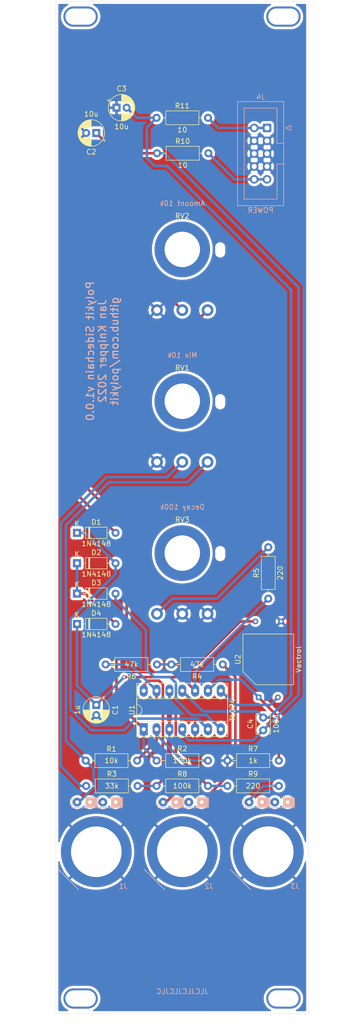
<source format=kicad_pcb>
(kicad_pcb (version 20211014) (generator pcbnew)
  (title_block (title "Sidechain Ducking Module by Juanito") (date "2022-12-15") (rev "v1.0.0") (company "Jan Knipper") (comment 1 "github.com/polykit"))
  (layers (0 "F.Cu" signal) (31 "B.Cu" signal) (34 "B.Paste" user) (35 "F.Paste" user) (36 "B.SilkS" user "B.Silkscreen") (37 "F.SilkS" user "F.Silkscreen") (38 "B.Mask" user) (39 "F.Mask" user) (44 "Edge.Cuts" user))
  (net 0 "")
  (net 1 "GND")
  (net 2 "Net-(C1-Pad1)")
  (net 3 "Net-(D1-Pad2)")
  (net 4 "Net-(D2-Pad1)")
  (net 5 "Net-(D1-Pad1)")
  (net 6 "Net-(J2-PadT)")
  (net 7 "Net-(J3-PadT)")
  (net 8 "Net-(R1-Pad1)")
  (net 9 "Net-(R2-Pad1)")
  (net 10 "Net-(R3-Pad2)")
  (net 11 "Net-(R3-Pad1)")
  (net 12 "Net-(R4-Pad2)")
  (net 13 "Net-(R5-Pad2)")
  (net 14 "Net-(R7-Pad1)")
  (net 15 "Net-(R8-Pad2)")
  (net 16 "Net-(U1-Pad8)")
  (net 17 "+12V")
  (net 18 "-12V")
  (net 19 "Net-(J4-Pad10)")
  (net 20 "Net-(J4-Pad1)")
  (net 21 "Net-(D3-Pad2)")
  (net 22 "KICK")
  (footprint "Capacitor_THT:CP_Radial_D5.0mm_P2.00mm" (layer "F.Cu") (at 53 164 -90)
    (fp_text reference "C1" (at 1 -3.75 90) (layer "F.SilkS"))
    (fp_text value "1u" (at 1 3.75 90) (layer "F.SilkS"))
    (pad "1" thru_hole rect locked (at 0 0 270) (size 1.6 1.6) (drill 0.8) (layers *.Cu *.Mask) (net 2 "Net-(C1-Pad1)"))
    (pad "2" thru_hole circle locked (at 2 0 270) (size 1.6 1.6) (drill 0.8) (layers *.Cu *.Mask) (net 1 "GND"))
  )
  (footprint "Diode_THT:D_DO-35_SOD27_P7.62mm_Horizontal" (layer "F.Cu") (at 49.19 130)
    (fp_text reference "D1" (at 3.81 -2.12) (layer "F.SilkS"))
    (fp_text value "1N4148" (at 3.81 2.12) (layer "F.SilkS"))
    (fp_text user "K" (at 0 -1.8) (layer "F.SilkS"))
    (pad "1" thru_hole rect locked (at 0 0) (size 1.6 1.6) (drill 0.8) (layers *.Cu *.Mask) (net 5 "Net-(D1-Pad1)"))
    (pad "2" thru_hole oval locked (at 7.62 0) (size 1.6 1.6) (drill 0.8) (layers *.Cu *.Mask) (net 3 "Net-(D1-Pad2)"))
  )
  (footprint "Diode_THT:D_DO-35_SOD27_P7.62mm_Horizontal" (layer "F.Cu") (at 49.19 136)
    (fp_text reference "D2" (at 3.81 -2.12) (layer "F.SilkS"))
    (fp_text value "1N4148" (at 3.81 2.12) (layer "F.SilkS"))
    (fp_text user "K" (at 0 -1.8) (layer "F.SilkS"))
    (pad "1" thru_hole rect locked (at 0 0) (size 1.6 1.6) (drill 0.8) (layers *.Cu *.Mask) (net 4 "Net-(D2-Pad1)"))
    (pad "2" thru_hole oval locked (at 7.62 0) (size 1.6 1.6) (drill 0.8) (layers *.Cu *.Mask) (net 5 "Net-(D1-Pad1)"))
  )
  (footprint "Diode_THT:D_DO-35_SOD27_P7.62mm_Horizontal" (layer "F.Cu") (at 49.19 142)
    (fp_text reference "D3" (at 3.81 -2.12) (layer "F.SilkS"))
    (fp_text value "1N4148" (at 3.81 2.12) (layer "F.SilkS"))
    (fp_text user "K" (at 0 -1.8) (layer "F.SilkS"))
    (pad "1" thru_hole rect locked (at 0 0) (size 1.6 1.6) (drill 0.8) (layers *.Cu *.Mask) (net 4 "Net-(D2-Pad1)"))
    (pad "2" thru_hole oval locked (at 7.62 0) (size 1.6 1.6) (drill 0.8) (layers *.Cu *.Mask) (net 21 "Net-(D3-Pad2)"))
  )
  (footprint "Diode_THT:D_DO-35_SOD27_P7.62mm_Horizontal" (layer "F.Cu") (at 49.19 148)
    (fp_text reference "D4" (at 3.81 -2.12) (layer "F.SilkS"))
    (fp_text value "1N4148" (at 3.81 2.12) (layer "F.SilkS"))
    (fp_text user "K" (at 0 -1.8) (layer "F.SilkS"))
    (pad "1" thru_hole rect locked (at 0 0) (size 1.6 1.6) (drill 0.8) (layers *.Cu *.Mask) (net 2 "Net-(C1-Pad1)"))
    (pad "2" thru_hole oval locked (at 7.62 0) (size 1.6 1.6) (drill 0.8) (layers *.Cu *.Mask) (net 4 "Net-(D2-Pad1)"))
  )
  (footprint "telec:Jack_Hole_Square" (layer "F.Cu") (at 53 193 180)
    (fp_text reference "J1" (at -5.3 -6.8) (layer "B.SilkS") (effects (justify mirror)))
    (fp_text value "Kick" hide)
    (pad "R" thru_hole circle locked (at -1.29 9.795 180) (size 1.75 1.75) (drill 0.762) (layers *.Cu "B.Mask"))
    (pad "RN" thru_hole circle locked (at -3.83 9.795 180) (size 1.75 1.75) (drill 0.762) (layers *.Cu "B.Mask"))
    (pad "S" thru_hole circle locked (at 0 0 180) (size 14 14) (drill 10) (layers *.Cu "F.Mask") (net 1 "GND"))
    (pad "T" thru_hole circle locked (at 3.79 9.795 180) (size 1.75 1.75) (drill 0.762) (layers *.Cu "B.Mask") (net 22 "KICK"))
    (pad "TN" thru_hole circle locked (at 1.25 9.795 180) (size 1.75 1.75) (drill 0.762) (layers *.Cu "B.Mask"))
  )
  (footprint "telec:Jack_Hole_Square" (layer "F.Cu") (at 70 193 180)
    (fp_text reference "J2" (at -5.3 -6.8) (layer "B.SilkS") (effects (justify mirror)))
    (fp_text value "In" hide)
    (pad "R" thru_hole circle locked (at -1.29 9.795 180) (size 1.75 1.75) (drill 0.762) (layers *.Cu "B.Mask"))
    (pad "RN" thru_hole circle locked (at -3.83 9.795 180) (size 1.75 1.75) (drill 0.762) (layers *.Cu "B.Mask"))
    (pad "S" thru_hole circle locked (at 0 0 180) (size 14 14) (drill 10) (layers *.Cu "F.Mask") (net 1 "GND"))
    (pad "T" thru_hole circle locked (at 3.79 9.795 180) (size 1.75 1.75) (drill 0.762) (layers *.Cu "B.Mask") (net 6 "Net-(J2-PadT)"))
    (pad "TN" thru_hole circle locked (at 1.25 9.795 180) (size 1.75 1.75) (drill 0.762) (layers *.Cu "B.Mask"))
  )
  (footprint "telec:Jack_Hole_Square" (layer "F.Cu") (at 87 193 180)
    (fp_text reference "J3" (at -5.3 -6.8) (layer "B.SilkS") (effects (justify mirror)))
    (fp_text value "Out" hide)
    (pad "R" thru_hole circle locked (at -1.29 9.795 180) (size 1.75 1.75) (drill 0.762) (layers *.Cu "B.Mask"))
    (pad "RN" thru_hole circle locked (at -3.83 9.795 180) (size 1.75 1.75) (drill 0.762) (layers *.Cu "B.Mask"))
    (pad "S" thru_hole circle locked (at 0 0 180) (size 14 14) (drill 10) (layers *.Cu "F.Mask") (net 1 "GND"))
    (pad "T" thru_hole circle locked (at 3.79 9.795 180) (size 1.75 1.75) (drill 0.762) (layers *.Cu "B.Mask") (net 7 "Net-(J3-PadT)"))
    (pad "TN" thru_hole circle locked (at 1.25 9.795 180) (size 1.75 1.75) (drill 0.762) (layers *.Cu "B.Mask"))
  )
  (footprint "Resistor_THT:R_Axial_DIN0207_L6.3mm_D2.5mm_P10.16mm_Horizontal" (layer "F.Cu") (at 61.08 175 180)
    (fp_text reference "R1" (at 5.08 2.3) (layer "F.SilkS"))
    (fp_text value "10k" (at 5.08 0) (layer "F.SilkS"))
    (pad "1" thru_hole circle locked (at 0 0 180) (size 1.6 1.6) (drill 0.8) (layers *.Cu *.Mask) (net 8 "Net-(R1-Pad1)"))
    (pad "2" thru_hole oval locked (at 10.16 0 180) (size 1.6 1.6) (drill 0.8) (layers *.Cu *.Mask) (net 22 "KICK"))
  )
  (footprint "Resistor_THT:R_Axial_DIN0207_L6.3mm_D2.5mm_P10.16mm_Horizontal" (layer "F.Cu") (at 64.92 175)
    (fp_text reference "R2" (at 5.08 -2.37) (layer "F.SilkS"))
    (fp_text value "100k" (at 5.08 0) (layer "F.SilkS"))
    (pad "1" thru_hole circle locked (at 0 0) (size 1.6 1.6) (drill 0.8) (layers *.Cu *.Mask) (net 9 "Net-(R2-Pad1)"))
    (pad "2" thru_hole oval locked (at 10.16 0) (size 1.6 1.6) (drill 0.8) (layers *.Cu *.Mask) (net 8 "Net-(R1-Pad1)"))
  )
  (footprint "Resistor_THT:R_Axial_DIN0207_L6.3mm_D2.5mm_P10.16mm_Horizontal" (layer "F.Cu") (at 51 180)
    (fp_text reference "R3" (at 5.08 -2.37) (layer "F.SilkS"))
    (fp_text value "33k" (at 5.08 0) (layer "F.SilkS"))
    (pad "1" thru_hole circle locked (at 0 0) (size 1.6 1.6) (drill 0.8) (layers *.Cu *.Mask) (net 11 "Net-(R3-Pad1)"))
    (pad "2" thru_hole oval locked (at 10.16 0) (size 1.6 1.6) (drill 0.8) (layers *.Cu *.Mask) (net 10 "Net-(R3-Pad2)"))
  )
  (footprint "Resistor_THT:R_Axial_DIN0207_L6.3mm_D2.5mm_P10.16mm_Horizontal" (layer "F.Cu") (at 78 156 180)
    (fp_text reference "R4" (at 5.08 -2.37) (layer "F.SilkS"))
    (fp_text value "47k" (at 5.08 0) (layer "F.SilkS"))
    (pad "1" thru_hole circle locked (at 0 0 180) (size 1.6 1.6) (drill 0.8) (layers *.Cu *.Mask) (net 6 "Net-(J2-PadT)"))
    (pad "2" thru_hole oval locked (at 10.16 0 180) (size 1.6 1.6) (drill 0.8) (layers *.Cu *.Mask) (net 12 "Net-(R4-Pad2)"))
  )
  (footprint "Resistor_THT:R_Axial_DIN0207_L6.3mm_D2.5mm_P10.16mm_Horizontal" (layer "F.Cu") (at 87 143 90)
    (fp_text reference "R5" (at 5.08 -2.37 90) (layer "F.SilkS"))
    (fp_text value "220" (at 5.08 2.37 90) (layer "F.SilkS"))
    (pad "1" thru_hole circle locked (at 0 0 90) (size 1.6 1.6) (drill 0.8) (layers *.Cu *.Mask) (net 2 "Net-(C1-Pad1)"))
    (pad "2" thru_hole oval locked (at 10.16 0 90) (size 1.6 1.6) (drill 0.8) (layers *.Cu *.Mask) (net 13 "Net-(R5-Pad2)"))
  )
  (footprint "Resistor_THT:R_Axial_DIN0207_L6.3mm_D2.5mm_P10.16mm_Horizontal" (layer "F.Cu") (at 65 156 180)
    (fp_text reference "R6" (at 5.08 -2.37) (layer "F.SilkS"))
    (fp_text value "47k" (at 5.08 0) (layer "F.SilkS"))
    (pad "1" thru_hole circle locked (at 0 0 180) (size 1.6 1.6) (drill 0.8) (layers *.Cu *.Mask) (net 12 "Net-(R4-Pad2)"))
    (pad "2" thru_hole oval locked (at 10.16 0 180) (size 1.6 1.6) (drill 0.8) (layers *.Cu *.Mask) (net 10 "Net-(R3-Pad2)"))
  )
  (footprint "Resistor_THT:R_Axial_DIN0207_L6.3mm_D2.5mm_P10.16mm_Horizontal" (layer "F.Cu") (at 89.08 175 180)
    (fp_text reference "R7" (at 5.08 2.3) (layer "F.SilkS"))
    (fp_text value "1k" (at 5.08 0) (layer "F.SilkS"))
    (pad "1" thru_hole circle locked (at 0 0 180) (size 1.6 1.6) (drill 0.8) (layers *.Cu *.Mask) (net 14 "Net-(R7-Pad1)"))
    (pad "2" thru_hole oval locked (at 10.16 0 180) (size 1.6 1.6) (drill 0.8) (layers *.Cu *.Mask) (net 1 "GND"))
  )
  (footprint "Resistor_THT:R_Axial_DIN0207_L6.3mm_D2.5mm_P10.16mm_Horizontal" (layer "F.Cu") (at 64.92 180)
    (fp_text reference "R8" (at 5.08 -2.37) (layer "F.SilkS"))
    (fp_text value "100k" (at 5.08 0) (layer "F.SilkS"))
    (pad "1" thru_hole circle locked (at 0 0) (size 1.6 1.6) (drill 0.8) (layers *.Cu *.Mask) (net 10 "Net-(R3-Pad2)"))
    (pad "2" thru_hole oval locked (at 10.16 0) (size 1.6 1.6) (drill 0.8) (layers *.Cu *.Mask) (net 15 "Net-(R8-Pad2)"))
  )
  (footprint "Resistor_THT:R_Axial_DIN0207_L6.3mm_D2.5mm_P10.16mm_Horizontal" (layer "F.Cu") (at 78.92 180)
    (fp_text reference "R9" (at 5.08 -2.37) (layer "F.SilkS"))
    (fp_text value "220" (at 5.08 0) (layer "F.SilkS"))
    (pad "1" thru_hole circle locked (at 0 0) (size 1.6 1.6) (drill 0.8) (layers *.Cu *.Mask) (net 15 "Net-(R8-Pad2)"))
    (pad "2" thru_hole oval locked (at 10.16 0) (size 1.6 1.6) (drill 0.8) (layers *.Cu *.Mask) (net 7 "Net-(J3-PadT)"))
  )
  (footprint "Package_DIP:DIP-14_W7.62mm_Socket_LongPads" (layer "F.Cu") (at 62.375 168.8 90)
    (fp_text reference "U1" (at 3.81 -2.33 90) (layer "F.SilkS"))
    (fp_text value "TL074" (at 3.81 17.57 90) (layer "F.SilkS"))
    (pad "1" thru_hole rect locked (at 0 0 90) (size 2.4 1.6) (drill 0.8) (layers *.Cu *.Mask) (net 9 "Net-(R2-Pad1)"))
    (pad "2" thru_hole oval locked (at 0 2.54 90) (size 2.4 1.6) (drill 0.8) (layers *.Cu *.Mask) (net 8 "Net-(R1-Pad1)"))
    (pad "3" thru_hole oval locked (at 0 5.08 90) (size 2.4 1.6) (drill 0.8) (layers *.Cu *.Mask) (net 1 "GND"))
    (pad "4" thru_hole oval locked (at 0 7.62 90) (size 2.4 1.6) (drill 0.8) (layers *.Cu *.Mask) (net 17 "+12V"))
    (pad "5" thru_hole oval locked (at 0 10.16 90) (size 2.4 1.6) (drill 0.8) (layers *.Cu *.Mask) (net 1 "GND"))
    (pad "6" thru_hole oval locked (at 0 12.7 90) (size 2.4 1.6) (drill 0.8) (layers *.Cu *.Mask) (net 5 "Net-(D1-Pad1)"))
    (pad "7" thru_hole oval locked (at 0 15.24 90) (size 2.4 1.6) (drill 0.8) (layers *.Cu *.Mask) (net 21 "Net-(D3-Pad2)"))
    (pad "8" thru_hole oval locked (at 7.62 15.24 90) (size 2.4 1.6) (drill 0.8) (layers *.Cu *.Mask) (net 16 "Net-(U1-Pad8)"))
    (pad "9" thru_hole oval locked (at 7.62 12.7 90) (size 2.4 1.6) (drill 0.8) (layers *.Cu *.Mask) (net 14 "Net-(R7-Pad1)"))
    (pad "10" thru_hole oval locked (at 7.62 10.16 90) (size 2.4 1.6) (drill 0.8) (layers *.Cu *.Mask) (net 2 "Net-(C1-Pad1)"))
    (pad "11" thru_hole oval locked (at 7.62 7.62 90) (size 2.4 1.6) (drill 0.8) (layers *.Cu *.Mask) (net 18 "-12V"))
    (pad "12" thru_hole oval locked (at 7.62 5.08 90) (size 2.4 1.6) (drill 0.8) (layers *.Cu *.Mask) (net 1 "GND"))
    (pad "13" thru_hole oval locked (at 7.62 2.54 90) (size 2.4 1.6) (drill 0.8) (layers *.Cu *.Mask) (net 10 "Net-(R3-Pad2)"))
    (pad "14" thru_hole oval locked (at 7.62 0 90) (size 2.4 1.6) (drill 0.8) (layers *.Cu *.Mask) (net 15 "Net-(R8-Pad2)"))
  )
  (footprint "OptoDevice:PerkinElmer_VTL5C" (layer "F.Cu") (at 85.1 162.5 90)
    (fp_text reference "U2" (at 7.5 -4.1 90) (layer "F.SilkS"))
    (fp_text value "Vactrol" (at 7.5 7.9 90) (layer "F.SilkS"))
    (pad "1" thru_hole roundrect locked (at 0 0 90) (size 1.15 1.15) (drill 0.55) (layers *.Cu *.Mask) (net 14 "Net-(R7-Pad1)"))
    (pad "2" thru_hole circle locked (at 0 3.8 90) (size 1.15 1.15) (drill 0.55) (layers *.Cu *.Mask) (net 16 "Net-(U1-Pad8)"))
    (pad "3" thru_hole circle locked (at 15 -0.64 90) (size 1.15 1.15) (drill 0.55) (layers *.Cu *.Mask) (net 12 "Net-(R4-Pad2)"))
    (pad "4" thru_hole circle locked (at 15 4.44 90) (size 1.15 1.15) (drill 0.55) (layers *.Cu *.Mask) (net 1 "GND"))
  )
  (footprint "Capacitor_THT:CP_Radial_D5.0mm_P2.00mm" (layer "F.Cu") (at 53 51 180)
    (fp_text reference "C2" (at 1 -3.75) (layer "F.SilkS"))
    (fp_text value "10u" (at 1 3.75) (layer "F.SilkS"))
    (pad "1" thru_hole rect locked (at 0 0 180) (size 1.6 1.6) (drill 0.8) (layers *.Cu *.Mask) (net 17 "+12V"))
    (pad "2" thru_hole circle locked (at 2 0 180) (size 1.6 1.6) (drill 0.8) (layers *.Cu *.Mask) (net 1 "GND"))
  )
  (footprint "Capacitor_THT:CP_Radial_D5.0mm_P2.00mm" (layer "F.Cu") (at 57 46)
    (fp_text reference "C3" (at 1 -3.75) (layer "F.SilkS"))
    (fp_text value "10u" (at 1 3.75) (layer "F.SilkS"))
    (pad "1" thru_hole rect locked (at 0 0) (size 1.6 1.6) (drill 0.8) (layers *.Cu *.Mask) (net 1 "GND"))
    (pad "2" thru_hole circle locked (at 2 0) (size 1.6 1.6) (drill 0.8) (layers *.Cu *.Mask) (net 18 "-12V"))
  )
  (footprint "Capacitor_THT:C_Disc_D3.8mm_W2.6mm_P2.50mm" (layer "F.Cu") (at 86 169 90)
    (fp_text reference "C4" (at 1.25 -2.55 90) (layer "F.SilkS"))
    (fp_text value "100n" (at 1.25 2.55 90) (layer "F.SilkS"))
    (pad "1" thru_hole circle locked (at 0 0 90) (size 1.6 1.6) (drill 0.8) (layers *.Cu *.Mask) (net 17 "+12V"))
    (pad "2" thru_hole circle locked (at 2.5 0 90) (size 1.6 1.6) (drill 0.8) (layers *.Cu *.Mask) (net 18 "-12V"))
  )
  (footprint "Resistor_THT:R_Axial_DIN0207_L6.3mm_D2.5mm_P10.16mm_Horizontal" (layer "F.Cu") (at 65 55)
    (fp_text reference "R10" (at 5.08 -2.37) (layer "F.SilkS"))
    (fp_text value "10" (at 5.08 2.37) (layer "F.SilkS"))
    (pad "1" thru_hole circle locked (at 0 0) (size 1.6 1.6) (drill 0.8) (layers *.Cu *.Mask) (net 17 "+12V"))
    (pad "2" thru_hole oval locked (at 10.16 0) (size 1.6 1.6) (drill 0.8) (layers *.Cu *.Mask) (net 19 "Net-(J4-Pad10)"))
  )
  (footprint "Resistor_THT:R_Axial_DIN0207_L6.3mm_D2.5mm_P10.16mm_Horizontal" (layer "F.Cu") (at 64.92 48)
    (fp_text reference "R11" (at 5.08 -2.37) (layer "F.SilkS"))
    (fp_text value "10" (at 5.08 2.37) (layer "F.SilkS"))
    (pad "1" thru_hole circle locked (at 0 0) (size 1.6 1.6) (drill 0.8) (layers *.Cu *.Mask) (net 18 "-12V"))
    (pad "2" thru_hole oval locked (at 10.16 0) (size 1.6 1.6) (drill 0.8) (layers *.Cu *.Mask) (net 20 "Net-(J4-Pad1)"))
  )
  (footprint "LOGO" (layer "F.Cu") (at 70 36)
    (fp_text reference "G***" hide)
    (fp_text value "LOGO" hide)
  )
  (footprint "Kosmo:Kosmo_Panel_Dual_Slotted_Mounting_Hole" (layer "F.Cu") (at 88.6 222)
    (fp_text reference "REF**" hide)
    (fp_text value "Kosmo_Panel_Dual_Slotted_Mounting_Hole")
    (pad "1" thru_hole oval locked (at 1.4 -194) (size 6.8 4) (drill oval 6 3.2) (layers F&B.Cu *.Mask))
    (pad "1" thru_hole oval locked (at 1.4 0) (size 6.8 4) (drill oval 6 3.2) (layers F&B.Cu *.Mask))
  )
  (footprint "Kosmo:Kosmo_Panel_Dual_Slotted_Mounting_Hole" (layer "F.Cu") (at 48.5 222)
    (fp_text reference "REF**" hide)
    (fp_text value "Kosmo_Panel_Dual_Slotted_Mounting_Hole")
    (pad "1" thru_hole oval locked (at 1.4 0) (size 6.8 4) (drill oval 6 3.2) (layers *.Cu *.Mask))
    (pad "1" thru_hole oval locked (at 1.4 -194) (size 6.8 4) (drill oval 6 3.2) (layers *.Cu *.Mask))
  )
  (footprint "Polykit:blitz-mask" (layer "F.Cu") (at 52.5 72.5)
    (fp_text reference "G***" hide)
    (fp_text value "LOGO" hide)
  )
  (footprint "Polykit:logo-mask-5cm" (layer "F.Cu") (at 70 212)
    (fp_text reference "G***" hide)
    (fp_text value "LOGO" hide)
  )
  (footprint "Polykit:star-mask" (layer "F.Cu") (at 86 120 -7)
    (fp_text reference "G***" hide)
    (fp_text value "LOGO" hide)
  )
  (footprint "telec:Potentiometer_Single_Vertical_Hole" (layer "B.Cu") (at 70 104 180)
    (fp_text reference "RV1" (at 0 6.6) (layer "F.SilkS"))
    (fp_text value "Mix 10k" (at 0 9.1) (layer "B.SilkS") (effects (justify mirror)))
    (pad "" np_thru_hole oval (at -7.5 -0.1 180) (size 1 2) (drill oval 1 2) (layers *.Cu *.Mask))
    (pad "" thru_hole circle (at 0 0 90) (size 11 11) (drill 7) (layers *.Cu "B.Mask"))
    (pad "1" thru_hole circle (at 5 -12 90) (size 2.34 2.34) (drill 1.3) (layers *.Cu *.Mask) (net 1 "GND"))
    (pad "2" thru_hole circle (at 0 -12 90) (size 2.34 2.34) (drill 1.3) (layers *.Cu *.Mask) (net 11 "Net-(R3-Pad1)"))
    (pad "3" thru_hole circle (at -5 -12 90) (size 2.34 2.34) (drill 1.3) (layers *.Cu *.Mask) (net 22 "KICK"))
  )
  (footprint "telec:Potentiometer_Single_Vertical_Hole" (layer "B.Cu") (at 70 74 180)
    (fp_text reference "RV2" (at 0 6.6) (layer "F.SilkS"))
    (fp_text value "Amount 10k" (at 0 9.1) (layer "B.SilkS") (effects (justify mirror)))
    (pad "" np_thru_hole oval (at -7.5 -0.1 180) (size 1 2) (drill oval 1 2) (layers *.Cu *.Mask))
    (pad "" thru_hole circle (at 0 0 90) (size 11 11) (drill 7) (layers *.Cu "B.Mask"))
    (pad "1" thru_hole circle (at 5 -12 90) (size 2.34 2.34) (drill 1.3) (layers *.Cu *.Mask) (net 1 "GND"))
    (pad "2" thru_hole circle (at 0 -12 90) (size 2.34 2.34) (drill 1.3) (layers *.Cu *.Mask) (net 3 "Net-(D1-Pad2)"))
    (pad "3" thru_hole circle (at -5 -12 90) (size 2.34 2.34) (drill 1.3) (layers *.Cu *.Mask) (net 9 "Net-(R2-Pad1)"))
  )
  (footprint "telec:Potentiometer_Single_Vertical_Hole" (layer "B.Cu") (at 70 134 180)
    (fp_text reference "RV3" (at 0 6.6) (layer "F.SilkS"))
    (fp_text value "Decay 100k" (at 0 9.1) (layer "B.SilkS") (effects (justify mirror)))
    (pad "" np_thru_hole oval (at -7.5 -0.1 180) (size 1 2) (drill oval 1 2) (layers *.Cu *.Mask))
    (pad "" thru_hole circle (at 0 0 90) (size 11 11) (drill 7) (layers *.Cu "B.Mask"))
    (pad "1" thru_hole circle (at 5 -12 90) (size 2.34 2.34) (drill 1.3) (layers *.Cu *.Mask) (net 13 "Net-(R5-Pad2)"))
    (pad "2" thru_hole circle (at 0 -12 90) (size 2.34 2.34) (drill 1.3) (layers *.Cu *.Mask) (net 1 "GND"))
    (pad "3" thru_hole circle (at -5 -12 90) (size 2.34 2.34) (drill 1.3) (layers *.Cu *.Mask) (net 1 "GND"))
  )
  (footprint "Connector_IDC:IDC-Header_2x05_P2.54mm_Vertical" (layer "B.Cu") (at 86.7525 50 180)
    (fp_text reference "J4" (at 1.27 6.1) (layer "B.SilkS") (effects (justify mirror)))
    (fp_text value "POWER" (at 1.27 -16.26) (layer "B.SilkS") (effects (justify mirror)))
    (pad "1" thru_hole roundrect locked (at 0 0 180) (size 1.7 1.7) (drill 1) (layers *.Cu *.Mask) (roundrect_rratio 0.1470588235) (net 20 "Net-(J4-Pad1)"))
    (pad "2" thru_hole circle locked (at 2.54 0 180) (size 1.7 1.7) (drill 1) (layers *.Cu *.Mask) (net 20 "Net-(J4-Pad1)"))
    (pad "3" thru_hole circle locked (at 0 -2.54 180) (size 1.7 1.7) (drill 1) (layers *.Cu *.Mask) (net 1 "GND"))
    (pad "4" thru_hole circle locked (at 2.54 -2.54 180) (size 1.7 1.7) (drill 1) (layers *.Cu *.Mask) (net 1 "GND"))
    (pad "5" thru_hole circle locked (at 0 -5.08 180) (size 1.7 1.7) (drill 1) (layers *.Cu *.Mask) (net 1 "GND"))
    (pad "6" thru_hole circle locked (at 2.54 -5.08 180) (size 1.7 1.7) (drill 1) (layers *.Cu *.Mask) (net 1 "GND"))
    (pad "7" thru_hole circle locked (at 0 -7.62 180) (size 1.7 1.7) (drill 1) (layers *.Cu *.Mask) (net 1 "GND"))
    (pad "8" thru_hole circle locked (at 2.54 -7.62 180) (size 1.7 1.7) (drill 1) (layers *.Cu *.Mask) (net 1 "GND"))
    (pad "9" thru_hole circle locked (at 0 -10.16 180) (size 1.7 1.7) (drill 1) (layers *.Cu *.Mask) (net 19 "Net-(J4-Pad10)"))
    (pad "10" thru_hole circle locked (at 2.54 -10.16 180) (size 1.7 1.7) (drill 1) (layers *.Cu *.Mask) (net 19 "Net-(J4-Pad10)"))
  )
  (gr_line (start 95 25) (end 95 225) (layer "Edge.Cuts") (width 0.05))
  (gr_line (start 95 225) (end 45 225) (layer "Edge.Cuts") (width 0.05))
  (gr_line (start 45 25) (end 95 25) (layer "Edge.Cuts") (width 0.05))
  (gr_line (start 45 225) (end 45 25) (layer "Edge.Cuts") (width 0.05))
  (gr_text "JLCJLCJLCJLC" (at 70 220.6) (layer "B.SilkS") (effects (font (size 1 1)) (justify mirror)))
  (gr_text "Polykit Sidechain v1.0.0\nJan Knipper 2022\ngithub.com/polykit" (at 54.2 94.1 90) (layer "B.SilkS") (effects (font (size 1.5 1.5) (thickness 0.25)) (justify mirror)))
  (segment (start 72.535 161.18) (end 69.855 158.5) (width 0.508) (layer "F.Cu") (net 2))
  (segment (start 69.855 158.5) (end 58.5 158.5) (width 0.508) (layer "F.Cu") (net 2))
  (via (at 58.5 158.5) (size 0.8) (drill 0.4) (layers "F.Cu" "B.Cu") (net 2))
  (segment (start 49.19 160.19) (end 49.19 148) (width 0.508) (layer "B.Cu") (net 2))
  (segment (start 58.5 158.5) (end 53 164) (width 0.508) (layer "B.Cu") (net 2))
  (segment (start 53 164) (end 49.19 160.19) (width 0.508) (layer "B.Cu") (net 2))
  (segment (start 72.535 157.465) (end 72.535 161.18) (width 0.508) (layer "B.Cu") (net 2))
  (segment (start 87 143) (end 72.535 157.465) (width 0.508) (layer "B.Cu") (net 2))
  (segment (start 68 84) (end 62.5 84) (width 0.508) (layer "F.Cu") (net 3))
  (segment (start 48 98.5) (end 48 121.19) (width 0.508) (layer "F.Cu") (net 3))
  (segment (start 70 86) (end 68 84) (width 0.508) (layer "F.Cu") (net 3))
  (segment (start 62.5 84) (end 48 98.5) (width 0.508) (layer "F.Cu") (net 3))
  (segment (start 48 121.19) (end 56.81 130) (width 0.508) (layer "F.Cu") (net 3))
  (segment (start 49.19 142) (end 50.81 142) (width 0.508) (layer "F.Cu") (net 4))
  (segment (start 50.81 142) (end 56.81 148) (width 0.508) (layer "F.Cu") (net 4))
  (segment (start 49.19 142) (end 49.19 136) (width 0.508) (layer "B.Cu") (net 4))
  (segment (start 52 169) (end 58.5 169) (width 0.508) (layer "B.Cu") (net 5))
  (segment (start 47.916 147.02) (end 47.916 164.916) (width 0.508) (layer "B.Cu") (net 5))
  (segment (start 56.81 138.126) (end 47.916 147.02) (width 0.508) (layer "B.Cu") (net 5))
  (segment (start 50.81 130) (end 56.81 136) (width 0.508) (layer "B.Cu") (net 5))
  (segment (start 72.340312 166.7) (end 72.348313 166.708) (width 0.508) (layer "B.Cu") (net 5))
  (segment (start 60.8 166.7) (end 72.340312 166.7) (width 0.508) (layer "B.Cu") (net 5))
  (segment (start 49.19 130) (end 50.81 130) (width 0.508) (layer "B.Cu") (net 5))
  (segment (start 72.983 166.708) (end 75.075 168.8) (width 0.508) (layer "B.Cu") (net 5))
  (segment (start 56.81 136) (end 56.81 138.126) (width 0.508) (layer "B.Cu") (net 5))
  (segment (start 72.348313 166.708) (end 72.983 166.708) (width 0.508) (layer "B.Cu") (net 5))
  (segment (start 47.916 164.916) (end 52 169) (width 0.508) (layer "B.Cu") (net 5))
  (segment (start 58.5 169) (end 60.8 166.7) (width 0.508) (layer "B.Cu") (net 5))
  (segment (start 80.5 176.5) (end 80.5 158.5) (width 0.508) (layer "F.Cu") (net 6))
  (segment (start 68.5 181.5) (end 75.5 181.5) (width 0.508) (layer "F.Cu") (net 6))
  (segment (start 80.5 158.5) (end 78 156) (width 0.508) (layer "F.Cu") (net 6))
  (segment (start 75.5 181.5) (end 80.5 176.5) (width 0.508) (layer "F.Cu") (net 6))
  (segment (start 66.795 183.205) (end 68.5 181.5) (width 0.508) (layer "F.Cu") (net 6))
  (segment (start 66.21 183.205) (end 66.795 183.205) (width 0.508) (layer "F.Cu") (net 6))
  (segment (start 86 180) (end 89.08 180) (width 0.508) (layer "B.Cu") (net 7))
  (segment (start 83.21 183.205) (end 83.21 182.79) (width 0.508) (layer "B.Cu") (net 7))
  (segment (start 83.21 182.79) (end 86 180) (width 0.508) (layer "B.Cu") (net 7))
  (segment (start 64.915 171.085) (end 64.915 168.8) (width 0.508) (layer "F.Cu") (net 8))
  (segment (start 61.08 175) (end 61.08 174.92) (width 0.508) (layer "F.Cu") (net 8))
  (segment (start 61.08 174.92) (end 64.915 171.085) (width 0.508) (layer "F.Cu") (net 8))
  (segment (start 70 175) (end 75.08 175) (width 0.508) (layer "B.Cu") (net 8))
  (segment (start 64.915 168.8) (end 64.915 169.915) (width 0.508) (layer "B.Cu") (net 8))
  (segment (start 64.915 169.915) (end 70 175) (width 0.508) (layer "B.Cu") (net 8))
  (segment (start 59 129) (end 59 149) (width 0.508) (layer "F.Cu") (net 9))
  (segment (start 49.5 100) (end 49.5 119.5) (width 0.508) (layer "F.Cu") (net 9))
  (segment (start 75 86) (end 73 88) (width 0.508) (layer "F.Cu") (net 9))
  (segment (start 61.5 88) (end 49.5 100) (width 0.508) (layer "F.Cu") (net 9))
  (segment (start 59 149) (end 57 151) (width 0.508) (layer "F.Cu") (net 9))
  (segment (start 73 88) (end 61.5 88) (width 0.508) (layer "F.Cu") (net 9))
  (segment (start 57 163.425) (end 62.375 168.8) (width 0.508) (layer "F.Cu") (net 9))
  (segment (start 57 151) (end 57 163.425) (width 0.508) (layer "F.Cu") (net 9))
  (segment (start 49.5 119.5) (end 59 129) (width 0.508) (layer "F.Cu") (net 9))
  (segment (start 62.375 172.455) (end 64.92 175) (width 0.508) (layer "B.Cu") (net 9))
  (segment (start 62.375 168.8) (end 62.375 172.455) (width 0.508) (layer "B.Cu") (net 9))
  (segment (start 64.92 180) (end 66.174 178.746) (width 0.508) (layer "F.Cu") (net 10))
  (segment (start 66.174 164.174) (end 64.915 162.915) (width 0.508) (layer "F.Cu") (net 10))
  (segment (start 64.915 162.915) (end 64.915 161.18) (width 0.508) (layer "F.Cu") (net 10))
  (segment (start 66.174 178.746) (end 66.174 164.174) (width 0.508) (layer "F.Cu") (net 10))
  (segment (start 59.735 156) (end 54.84 156) (width 0.508) (layer "B.Cu") (net 10))
  (segment (start 64.915 161.18) (end 59.735 156) (width 0.508) (layer "B.Cu") (net 10))
  (segment (start 61.16 180) (end 64.92 180) (width 0.508) (layer "B.Cu") (net 10))
  (segment (start 46 176.13137) (end 46 128) (width 0.508) (layer "B.Cu") (net 11))
  (segment (start 49.86863 180) (end 46 176.13137) (width 0.508) (layer "B.Cu") (net 11))
  (segment (start 55 119) (end 67 119) (width 0.508) (layer "B.Cu") (net 11))
  (segment (start 46 128) (end 55 119) (width 0.508) (layer "B.Cu") (net 11))
  (segment (start 67 119) (end 70 116) (width 0.508) (layer "B.Cu") (net 11))
  (segment (start 51 180) (end 49.86863 180) (width 0.508) (layer "B.Cu") (net 11))
  (segment (start 84.46 147.5) (end 81.5 147.5) (width 0.508) (layer "F.Cu") (net 12))
  (segment (start 81.5 147.5) (end 73 156) (width 0.508) (layer "F.Cu") (net 12))
  (segment (start 73 156) (end 67.84 156) (width 0.508) (layer "F.Cu") (net 12))
  (segment (start 65 156) (end 67.84 156) (width 0.508) (layer "B.Cu") (net 12))
  (segment (start 87 132.84) (end 76.84 143) (width 0.508) (layer "B.Cu") (net 13))
  (segment (start 68 143) (end 65 146) (width 0.508) (layer "B.Cu") (net 13))
  (segment (start 76.84 143) (end 68 143) (width 0.508) (layer "B.Cu") (net 13))
  (segment (start 89.08 166.48) (end 85.1 162.5) (width 0.508) (layer "F.Cu") (net 14))
  (segment (start 89.08 175) (end 89.08 166.48) (width 0.508) (layer "F.Cu") (net 14))
  (segment (start 77.255 159) (end 75.075 161.18) (width 0.508) (layer "B.Cu") (net 14))
  (segment (start 85.1 162.5) (end 81.6 159) (width 0.508) (layer "B.Cu") (net 14))
  (segment (start 81.6 159) (end 77.255 159) (width 0.508) (layer "B.Cu") (net 14))
  (segment (start 68.709 173.629) (end 68.709 165.209) (width 0.508) (layer "F.Cu") (net 15))
  (segment (start 68.709 165.209) (end 66.169 162.669) (width 0.508) (layer "F.Cu") (net 15))
  (segment (start 63.292 159.208) (end 62.375 160.125) (width 0.508) (layer "F.Cu") (net 15))
  (segment (start 66.169 159.964788) (end 65.412212 159.208) (width 0.508) (layer "F.Cu") (net 15))
  (segment (start 65.412212 159.208) (end 63.292 159.208) (width 0.508) (layer "F.Cu") (net 15))
  (segment (start 62.375 160.125) (end 62.375 161.18) (width 0.508) (layer "F.Cu") (net 15))
  (segment (start 66.169 162.669) (end 66.169 159.964788) (width 0.508) (layer "F.Cu") (net 15))
  (segment (start 75.08 180) (end 68.709 173.629) (width 0.508) (layer "F.Cu") (net 15))
  (segment (start 78.92 180) (end 75.08 180) (width 0.508) (layer "B.Cu") (net 15))
  (segment (start 87.4 164) (end 80.435 164) (width 0.508) (layer "B.Cu") (net 16))
  (segment (start 80.435 164) (end 77.615 161.18) (width 0.508) (layer "B.Cu") (net 16))
  (segment (start 88.9 162.5) (end 87.4 164) (width 0.508) (layer "B.Cu") (net 16))
  (segment (start 65 55) (end 57 55) (width 0.508) (layer "F.Cu") (net 17))
  (segment (start 57 55) (end 53 51) (width 0.508) (layer "F.Cu") (net 17))
  (segment (start 71.3 171) (end 84 171) (width 0.508) (layer "B.Cu") (net 17))
  (segment (start 84 171) (end 86 169) (width 0.508) (layer "B.Cu") (net 17))
  (segment (start 69.995 169.695) (end 71.3 171) (width 0.508) (layer "B.Cu") (net 17))
  (segment (start 93 81.5) (end 93 162) (width 0.508) (layer "B.Cu") (net 17))
  (segment (start 93 162) (end 86 169) (width 0.508) (layer "B.Cu") (net 17))
  (segment (start 65 55) (end 66.5 55) (width 0.508) (layer "B.Cu") (net 17))
  (segment (start 66.5 55) (end 93 81.5) (width 0.508) (layer "B.Cu") (net 17))
  (segment (start 69.995 168.8) (end 69.995 169.695) (width 0.508) (layer "B.Cu") (net 17))
  (segment (start 63 56) (end 63 49.92) (width 0.508) (layer "B.Cu") (net 18))
  (segment (start 64.92 48) (end 61 48) (width 0.508) (layer "B.Cu") (net 18))
  (segment (start 64.5 57.5) (end 63 56) (width 0.508) (layer "B.Cu") (net 18))
  (segment (start 91.5 82) (end 67 57.5) (width 0.508) (layer "B.Cu") (net 18))
  (segment (start 84.792 165.292) (end 74.107 165.292) (width 0.508) (layer "B.Cu") (net 18))
  (segment (start 67 57.5) (end 64.5 57.5) (width 0.508) (layer "B.Cu") (net 18))
  (segment (start 61 48) (end 59 46) (width 0.508) (layer "B.Cu") (net 18))
  (segment (start 86 166.5) (end 87.13137 166.5) (width 0.508) (layer "B.Cu") (net 18))
  (segment (start 63 49.92) (end 64.92 48) (width 0.508) (layer "B.Cu") (net 18))
  (segment (start 91.5 162.13137) (end 91.5 82) (width 0.508) (layer "B.Cu") (net 18))
  (segment (start 86 166.5) (end 84.792 165.292) (width 0.508) (layer "B.Cu") (net 18))
  (segment (start 87.13137 166.5) (end 91.5 162.13137) (width 0.508) (layer "B.Cu") (net 18))
  (segment (start 74.107 165.292) (end 69.995 161.18) (width 0.508) (layer "B.Cu") (net 18))
  (segment (start 80.32 60.16) (end 75.16 55) (width 0.508) (layer "B.Cu") (net 19))
  (segment (start 86.7525 60.16) (end 84.2125 60.16) (width 0.508) (layer "B.Cu") (net 19))
  (segment (start 84.2125 60.16) (end 80.32 60.16) (width 0.508) (layer "B.Cu") (net 19))
  (segment (start 86.7525 50) (end 84.2125 50) (width 0.508) (layer "B.Cu") (net 20))
  (segment (start 84.2125 50) (end 77.08 50) (width 0.508) (layer "B.Cu") (net 20))
  (segment (start 77.08 50) (end 75.08 48) (width 0.508) (layer "B.Cu") (net 20))
  (segment (start 72.633575 165.992) (end 72.641575 166) (width 0.508) (layer "B.Cu") (net 21))
  (segment (start 71.792 165.992) (end 72.633575 165.992) (width 0.508) (layer "B.Cu") (net 21))
  (segment (start 56.81 142) (end 56.81 143.21) (width 0.508) (layer "B.Cu") (net 21))
  (segment (start 74.815 166) (end 77.615 168.8) (width 0.508) (layer "B.Cu") (net 21))
  (segment (start 64.4 158.5) (end 67.6 158.5) (width 0.508) (layer "B.Cu") (net 21))
  (segment (start 68.741 159.641) (end 68.741 162.941) (width 0.508) (layer "B.Cu") (net 21))
  (segment (start 72.641575 166) (end 74.815 166) (width 0.508) (layer "B.Cu") (net 21))
  (segment (start 62.8 156.9) (end 64.4 158.5) (width 0.508) (layer "B.Cu") (net 21))
  (segment (start 67.6 158.5) (end 68.741 159.641) (width 0.508) (layer "B.Cu") (net 21))
  (segment (start 56.81 143.21) (end 62.8 149.2) (width 0.508) (layer "B.Cu") (net 21))
  (segment (start 62.8 149.2) (end 62.8 156.9) (width 0.508) (layer "B.Cu") (net 21))
  (segment (start 68.741 162.941) (end 71.792 165.992) (width 0.508) (layer "B.Cu") (net 21))
  (segment (start 49.568424 183.205) (end 52.5 180.273424) (width 0.508) (layer "B.Cu") (net 22))
  (segment (start 55.5 120) (end 71 120) (width 0.508) (layer "B.Cu") (net 22))
  (segment (start 52.5 180.273424) (end 52.5 176.58) (width 0.508) (layer "B.Cu") (net 22))
  (segment (start 49.21 183.205) (end 49.568424 183.205) (width 0.508) (layer "B.Cu") (net 22))
  (segment (start 47 128.5) (end 55.5 120) (width 0.508) (layer "B.Cu") (net 22))
  (segment (start 47 171.08) (end 47 128.5) (width 0.508) (layer "B.Cu") (net 22))
  (segment (start 52.5 176.58) (end 50.92 175) (width 0.508) (layer "B.Cu") (net 22))
  (segment (start 50.92 175) (end 47 171.08) (width 0.508) (layer "B.Cu") (net 22))
  (segment (start 71 120) (end 75 116) (width 0.508) (layer "B.Cu") (net 22))
  (zone (net 1) (net_name "GND") (layers F&B.Cu) (connect_pads (clearance 0.508)) (min_thickness 0.254) (fill yes (thermal_gap 0.508) (thermal_bridge_width 0.508))
    (polygon (pts (xy 95 225) (xy 45 225) (xy 45 25) (xy 95 25)))
  )
)
</source>
